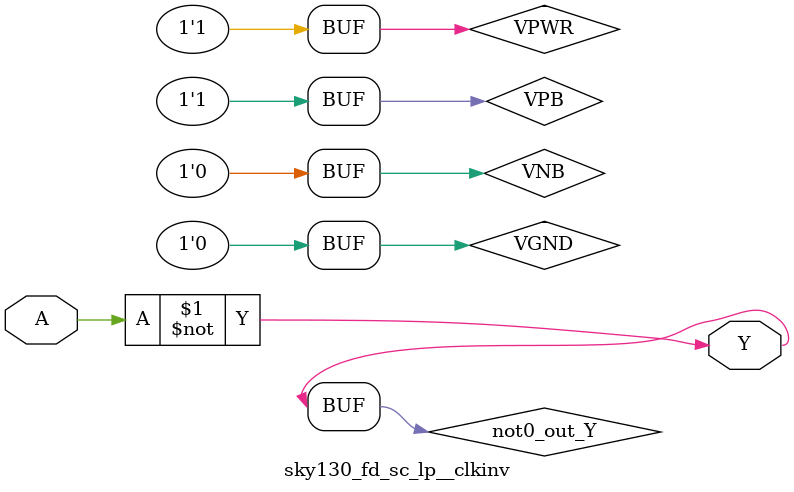
<source format=v>
/*
 * Copyright 2020 The SkyWater PDK Authors
 *
 * Licensed under the Apache License, Version 2.0 (the "License");
 * you may not use this file except in compliance with the License.
 * You may obtain a copy of the License at
 *
 *     https://www.apache.org/licenses/LICENSE-2.0
 *
 * Unless required by applicable law or agreed to in writing, software
 * distributed under the License is distributed on an "AS IS" BASIS,
 * WITHOUT WARRANTIES OR CONDITIONS OF ANY KIND, either express or implied.
 * See the License for the specific language governing permissions and
 * limitations under the License.
 *
 * SPDX-License-Identifier: Apache-2.0
*/


`ifndef SKY130_FD_SC_LP__CLKINV_TIMING_V
`define SKY130_FD_SC_LP__CLKINV_TIMING_V

/**
 * clkinv: Clock tree inverter.
 *
 * Verilog simulation timing model.
 */

`timescale 1ns / 1ps
`default_nettype none

`celldefine
module sky130_fd_sc_lp__clkinv (
    Y,
    A
);

    // Module ports
    output Y;
    input  A;

    // Module supplies
    supply1 VPWR;
    supply0 VGND;
    supply1 VPB ;
    supply0 VNB ;

    // Local signals
    wire not0_out_Y;

    //  Name  Output      Other arguments
    not not0 (not0_out_Y, A              );
    buf buf0 (Y         , not0_out_Y     );

endmodule
`endcelldefine

`default_nettype wire
`endif  // SKY130_FD_SC_LP__CLKINV_TIMING_V

</source>
